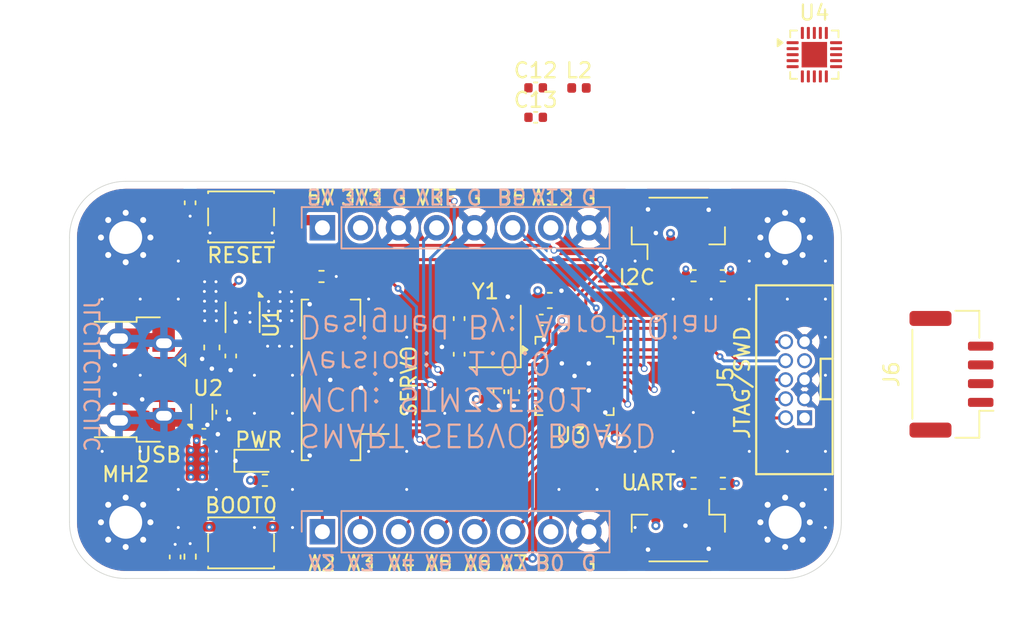
<source format=kicad_pcb>
(kicad_pcb (version 20241229) (generator "pcbnew") (generator_version "9.0")
  (layers (0 "F.Cu" signal) (4 "In1.Cu" power) (6 "In2.Cu" power) (2 "B.Cu" signal) (13 "F.Paste" user) (15 "B.Paste" user) (5 "F.SilkS" user "F.Silkscreen") (7 "B.SilkS" user "B.Silkscreen") (1 "F.Mask" user) (3 "B.Mask" user) (25 "Edge.Cuts" user))
  (net 0 "")
  (net 1 "+3V3")
  (net 2 "GND")
  (net 3 "+5V")
  (net 4 "/NRST")
  (net 5 "/BOOT0")
  (net 6 "/VREF")
  (net 7 "Net-(LED1-A)")
  (net 8 "/JTDI")
  (net 13 "/JTDO_SWO")
  (net 14 "/NJTRST")
  (net 15 "/JTCK_SWCLK")
  (net 16 "/JTMS_SWDIO")
  (net 17 "/I2C1_SCL")
  (net 18 "/I2C1_SDA")
  (net 19 "/PA4")
  (net 20 "/PA7")
  (net 21 "/PA6")
  (net 22 "/PA5")
  (net 23 "/PA3")
  (net 24 "/PB0")
  (net 25 "/PA2")
  (net 26 "/PA12")
  (net 27 "/PB5")
  (net 28 "/UART1_TX")
  (net 29 "/UART1_RX")
  (net 30 "/ISNS")
  (net 31 "/POT")
  (net 32 "/M1")
  (net 33 "/M2")
  (net 34 "/PWM1")
  (net 35 "/PWM2")
  (net 36 "/OSC+")
  (net 37 "/OSC-")
  (net 38 "/+5V_TRX")
  (net 39 "/A")
  (net 41 "/B")
  (net 42 "/LED2")
  (net 43 "/V_DIV")
  (net 44 "/I2C_SCL")
  (net 45 "/SW1")
  (net 46 "/ENC_B")
  (net 47 "/MOTOR_IN2")
  (net 48 "/+5V_MCU")
  (net 49 "/MOTOR_IN1")
  (net 50 "/MOTOR_EN")
  (net 51 "/I2C_SDA")
  (net 52 "/LED1")
  (net 53 "/DE")
  (net 54 "/ENC_A")
  (net 55 "/SWDIO")
  (net 56 "/CURRENT_SENSE")
  (footprint "Capacitor_SMD:C_0603_1608Metric" (layer "F.Cu") (at 146.3 95.7 180)
    (property "Reference" "C8" (hide yes))
    (property "Value" "4.7uF")
  )
  (footprint "Package_DFN_QFN:QFN-32-1EP_5x5mm_P0.5mm_EP3.45x3.45mm" (layer "F.Cu") (at 147.95 100.7375)
    (property "Reference" "U3")
    (property "Value" "STM32F301K8Ux" (hide yes))
  )
  (footprint "Capacitor_SMD:C_0402_1005Metric" (layer "F.Cu") (at 125.01 99.405 90)
    (property "Reference" "C1" (hide yes))
    (property "Value" "0.1uF")
  )
  (footprint "Capacitor_SMD:C_0402_1005Metric" (layer "F.Cu") (at 145.355 81.51)
    (property "Reference" "C12")
    (property "Value" "10uF")
  )
  (footprint "Resistor_SMD:R_0402_1005Metric" (layer "F.Cu") (at 131.065 94.1)
    (property "Reference" "R7" (hide yes))
    (property "Value" "1K5")
  )
  (footprint "Package_DFN_QFN:UQFN-20-1EP_3x3mm_P0.4mm_EP1.7x1.7mm" (layer "F.Cu") (at 163.95 79.3)
    (property "Reference" "U4")
    (property "Value" "CH32V006F8U6")
  )
  (footprint "Button_Switch_SMD:SW_SPST_PTS810" (layer "F.Cu") (at 125.7 90.125)
    (property "Reference" "SW1" (hide yes))
    (property "Value" "SW_Push" (hide yes))
  )
  (footprint "Capacitor_SMD:C_0402_1005Metric" (layer "F.Cu") (at 123.22 104.625 180)
    (property "Reference" "C4" (hide yes))
    (property "Value" "1uF")
  )
  (footprint "Connector_JST:JST_GH_BM04B-GHS-TBT_1x04-1MP_P1.25mm_Vertical" (layer "F.Cu") (at 173.1 100.625 90)
    (property "Reference" "J6")
    (property "Value" "Conn_01x04_MountingPin")
  )
  (footprint "Capacitor_SMD:C_0402_1005Metric" (layer "F.Cu") (at 142.9 101.7925 90)
    (property "Reference" "C10" (hide yes))
    (property "Value" "1uF")
  )
  (footprint "MountingHole:MountingHole_2.2mm_M2_Pad_Via" (layer "F.Cu") (at 162 110.5)
    (property "Reference" "MH3" (hide yes))
    (property "Value" "MountingHole_Pad_MP" (hide yes))
  )
  (footprint "Capacitor_SMD:C_0402_1005Metric" (layer "F.Cu") (at 145.73 97 180)
    (property "Reference" "C6" (hide yes))
    (property "Value" "0.1uF")
  )
  (footprint "Capacitor_SMD:C_0402_1005Metric" (layer "F.Cu") (at 124.4 103.15 90)
    (property "Reference" "C5" (hide yes))
    (property "Value" "1uF")
  )
  (footprint "Crystal:Crystal_SMD_3225-4Pin_3.2x2.5mm" (layer "F.Cu") (at 142.65 98.1 90)
    (property "Reference" "Y1")
    (property "Value" "16MHz 9pF" (hide yes))
  )
  (footprint "Connector_JST:JST_ZH_B5B-ZR-SM4-TF_1x05-1MP_P1.50mm_Vertical" (layer "F.Cu") (at 133 101 90)
    (property "Reference" "J2" (hide yes))
    (property "Value" "Conn_01x05_MountingPin" (hide yes))
  )
  (footprint "Connector_USB:USB_Micro-B_Amphenol_10103594-0001LF_Horizontal" (layer "F.Cu") (at 118.665 101 -90)
    (property "Reference" "J1" (hide yes))
    (property "Value" "USB_B_Micro" (hide yes))
  )
  (footprint "Button_Switch_SMD:SW_SPST_PTS810" (layer "F.Cu") (at 125.7 111.875)
    (property "Reference" "SW2" (hide yes))
    (property "Value" "SW_Push" (hide yes))
  )
  (footprint "Capacitor_SMD:C_0603_1608Metric" (layer "F.Cu") (at 123.75 98.835 90)
    (property "Reference" "C11" (hide yes))
    (property "Value" "22uF")
  )
  (footprint "Resistor_SMD:R_0402_1005Metric" (layer "F.Cu") (at 155.89 107.9 180)
    (property "Reference" "R4" (hide yes))
    (property "Value" "4K7")
  )
  (footprint "Resistor_SMD:R_0402_1005Metric" (layer "F.Cu") (at 122.3 112.795 90)
    (property "Reference" "R6" (hide yes))
    (property "Value" "4K7")
  )
  (footprint "LED_SMD:LED_0603_1608Metric" (layer "F.Cu") (at 126.7375 106.4)
    (property "Reference" "LED1" (hide yes))
    (property "Value" "RED" (hide yes))
  )
  (footprint "Package_DFN_QFN:UDFN-4-1EP_1x1mm_P0.65mm_EP0.48x0.48mm" (layer "F.Cu") (at 123.075 103.14 90)
    (property "Reference" "U2")
    (property "Value" "SSP7615-33DFR" (hide yes))
  )
  (footprint "MountingHole:MountingHole_2.2mm_M2_Pad_Via" (layer "F.Cu") (at 118 91.5)
    (property "Reference" "MH1" (hide yes))
    (property "Value" "MountingHole_Pad_MP" (hide yes))
  )
  (footprint "Resistor_SMD:R_0402_1005Metric" (layer "F.Cu") (at 127.2875 107.7)
    (property "Reference" "R5" (hide yes))
    (property "Value" "4K7")
  )
  (footprint "lib:IDC-TH_10P-P1.27-X1270WV-2X05A-6TV01" (layer "F.Cu") (at 162.67 100.99 90)
    (property "Reference" "J5")
    (property "Value" "Conn_02x05_Odd_Even")
  )
  (footprint "Inductor_SMD:L_0402_1005Metric" (layer "F.Cu") (at 148.245 81.52)
    (property "Reference" "L2")
    (property "Value" "1kΩ@100Mhz")
  )
  (footprint "Resistor_SMD:R_0402_1005Metric" (layer "F.Cu") (at 155.89 94.05)
    (property "Reference" "R3" (hide yes))
    (property "Value" "4K7")
  )
  (footprint "Capacitor_SMD:C_0402_1005Metric" (layer "F.Cu") (at 140.25 96.91 90)
    (property "Reference" "CL2" (hide yes))
    (property "Value" "12pF" (hide yes))
  )
  (footprint "Resistor_SMD:R_0402_1005Metric" (layer "F.Cu") (at 157.845 94.05 180)
    (property "Reference" "R2" (hide yes))
    (property "Value" "4K7")
  )
  (footprint "Inductor_SMD:L_0402_1005Metric" (layer "F.Cu") (at 141.9 101.7975 -90)
    (property "Reference" "L1" (hide yes))
    (property "Value" "1kΩ@100Mhz")
  )
  (footprint "Package_SON:WSON-8-1EP_2x2mm_P0.5mm_EP0.9x1.6mm" (layer "F.Cu") (at 125.8 96.825 -90)
    (property "Reference" "U1")
    (property "Value" "DRV8231ADSGR")
  )
  (footprint "Capacitor_SMD:C_0402_1005Metric" (layer "F.Cu") (at 145.355 83.48)
    (property "Reference" "C13")
    (property "Value" "0.1uF")
  )
  (footprint "Connector_JST:JST_SH_BM04B-SRSS-TB_1x04-1MP_P1.00mm_Vertical" (layer "F.Cu") (at 154.875 111.1 180)
    (property "Reference" "J4" (hide yes))
    (property "Value" "Conn_01x04_MountingPin" (hide yes))
  )
  (footprint "Connector_JST:JST_SH_BM04B-SRSS-TB_1x04-1MP_P1.00mm_Vertical" (layer "F.Cu") (at 154.875 90.85)
    (property "Reference" "J3" (hide yes))
    (property "Value" "Conn_01x04_MountingPin" (hide yes))
  )
  (footprint "MountingHole:MountingHole_2.2mm_M2_Pad_Via" (layer "F.Cu") (at 161.99835 91.50165)
    (property "Reference" "MH4" (hide yes))
    (property "Value" "MountingHole_Pad_MP" (hide yes))
  )
  (footprint "Capacitor_SMD:C_0402_1005Metric" (layer "F.Cu") (at 150.17 104.4)
    (property "Reference" "C7" (hide yes))
    (property "Value" "0.1uF")
  )
  (footprint "Capacitor_SMD:C_0402_1005Metric" (layer "F.Cu") (at 140.25 99.29 90)
    (property "Reference" "CL1" (hide yes))
    (property "Value" "12pF" (hide yes))
  )
  (footprint "Capacitor_SMD:C_0402_1005Metric" (layer "F.Cu") (at 121.3 112.815 90)
    (property "Reference" "C3" (hide yes))
    (property "Value" "0.1uF")
  )
  (footprint "Capacitor_SMD:C_0402_1005Metric" (layer "F.Cu") (at 122.3 89.185 90)
    (property "Reference" "C2" (hide yes))
    (property "Value" "0.1uF")
  )
  (footprint "Capacitor_SMD:C_0402_1005Metric" (layer "F.Cu") (at 143.9 101.7925 90)
    (property "Reference" "C9" (hide yes))
    (property "Value" "10nF")
  )
  (footprint "Resistor_SMD:R_0402_1005Metric" (layer "F.Cu") (at 157.845 107.9)
    (property "Reference" "R1" (hide yes))
    (property "Value" "4K7")
  )
  (footprint "MountingHole:MountingHole_2.2mm_M2_Pad_Via" (layer "F.Cu") (at 118 110.5)
    (property "Reference" "MH2")
    (property "Value" "MountingHole_Pad_MP")
  )
  (footprint "Connector_PinHeader_2.54mm:PinHeader_1x08_P2.54mm_Vertical" (layer "B.Cu") (at 131.125 90.85 -90)
    (property "Reference" "H2" (hide yes))
    (property "Value" "Conn_01x08_Pin" (hide yes))
  )
  (footprint "Connector_PinHeader_2.54mm:PinHeader_1x08_P2.54mm_Vertical" (layer "B.Cu") (at 131.125 111.13 -90)
    (property "Reference" "H1" (hide yes))
    (property "Value" "Conn_01x08_Pin" (hide yes))
  )
  (gr_line (start 165.75 91.5) (end 165.75 110.5) (stroke (width 0.05)) (layer "Edge.Cuts"))
  (gr_line (start 162 114.25) (end 118 114.25) (stroke (width 0.05)) (layer "Edge.Cuts"))
  (gr_arc (start 162 87.75) (mid 164.65165 88.84835) (end 165.75 91.5) (stroke (width 0.05)) (layer "Edge.Cuts"))
  (gr_arc (start 114.25 91.5) (mid 115.34835 88.84835) (end 118 87.75) (stroke (width 0.05)) (layer "Edge.Cuts"))
  (gr_line (start 114.25 110.5) (end 114.25 91.5) (stroke (width 0.05)) (layer "Edge.Cuts"))
  (gr_arc (start 165.75 110.5) (mid 164.65165 113.15165) (end 162 114.25) (stroke (width 0.05)) (layer "Edge.Cuts"))
  (gr_line (start 118 87.75) (end 162 87.75) (stroke (width 0.05)) (layer "Edge.Cuts"))
  (gr_arc (start 118 114.25) (mid 115.34835 113.15165) (end 114.25 110.5) (stroke (width 0.05)) (layer "Edge.Cuts"))
  (gr_text "A4" (at 136.4 113.25 0) (layer "F.SilkS") (effects (font (size 1 1))))
  (gr_text "5V" (at 131 88.85 0) (layer "F.SilkS") (effects (font (size 1 1))))
  (gr_text "A7" (at 143.9 113.25 0) (layer "F.SilkS") (effects (font (size 1 1))))
  (gr_text "G" (at 148.9 88.85 0) (layer "F.SilkS") (effects (font (size 1 1))))
  (gr_text "I2C" (at 152.1 94.15 0) (layer "F.SilkS") (effects (font (size 1 1))))
  (gr_text "3V3" (at 133.75 88.85 0) (layer "F.SilkS") (effects (font (size 1 1))))
  (gr_text "G" (at 141.25 88.85 0) (layer "F.SilkS") (effects (font (size 1 1))))
  (gr_text "A5" (at 138.9 113.25 0) (layer "F.SilkS") (effects (font (size 1 1))))
  (gr_text "SERVO" (at 136.9 101.1 90) (layer "F.SilkS") (effects (font (size 1 1))))
  (gr_text "A2" (at 131.1 113.25 0) (layer "F.SilkS") (effects (font (size 1 1))))
  (gr_text "G" (at 136.25 88.85 0) (layer "F.SilkS") (effects (font (size 1 1))))
  (gr_text "BOOT0" (at 125.7 109.375 0) (layer "F.SilkS") (effects (font (size 1 1))))
  (gr_text "PWR" (at 126.875 105 0) (layer "F.SilkS") (effects (font (size 1 1))))
  (gr_text "RESET" (at 125.7 92.685 0) (layer "F.SilkS") (effects (font (size 1 1))))
  (gr_text "B5" (at 143.75 88.85 0) (layer "F.SilkS") (effects (font (size 1 1))))
  (gr_text "A12" (at 146.5 88.85 0) (layer "F.SilkS") (effects (font (size 1 1))))
  (gr_text "A3" (at 133.7 113.25 0) (layer "F.SilkS") (effects (font (size 1 1))))
  (gr_text "VRF" (at 138.75 88.85 0) (layer "F.SilkS") (effects (font (size 1 1))))
  (gr_text "UART" (at 152.9 107.85 0) (layer "F.SilkS") (effects (font (size 1 1))))
  (gr_text "A6" (at 141.5 113.25 0) (layer "F.SilkS") (effects (font (size 1 1))))
  (gr_text "USB" (at 120.2 106 0) (layer "F.SilkS") (effects (font (size 1 1))))
  (gr_text "JTAG/SWD" (at 159.725 101.175 90) (layer "F.SilkS") (effects (font (size 1 1)) (justify bottom)))
  (gr_text "B0" (at 146.3 113.25 0) (layer "F.SilkS") (effects (font (size 1 1))))
  (gr_text "G" (at 148.9 113.25 0) (layer "F.SilkS") (effects (font (size 1 1))))
  (gr_text "G" (at 148.9 88.75 180) (layer "B.SilkS") (effects (font (size 1 1)) (justify mirror)))
  (gr_text "JLCJLCJLCJLC" (at 116.375 95.4 90) (layer "B.SilkS") (effects (font (size 1 1)) (justify left bottom mirror)))
  (gr_text "3V3" (at 133.75 88.75 180) (layer "B.SilkS") (effects (font (size 1 1)) (justify mirror)))
  (gr_text "5V" (at 131 88.75 180) (layer "B.SilkS") (effects (font (size 1 1)) (justify mirror)))
  (gr_text "G" (at 136.25 88.75 180) (layer "B.SilkS") (effects (font (size 1 1)) (justify mirror)))
  (gr_text "G" (at 141.25 88.75 180) (layer "B.SilkS") (effects (font (size 1 1)) (justify mirror)))
  (gr_text "A6" (at 141.5 113.15 180) (layer "B.SilkS") (effects (font (size 1 1)) (justify mirror)))
  (gr_text "A2" (at 131.1 113.15 180) (layer "B.SilkS") (effects (font (size 1 1)) (justify mirror)))
  (gr_text "B5" (at 143.75 88.75 180) (layer "B.SilkS") (effects (font (size 1 1)) (justify mirror)))
  (gr_text "A4" (at 136.4 113.15 180) (layer "B.SilkS") (effects (font (size 1 1)) (justify mirror)))
  (gr_text "A3" (at 133.7 113.15 180) (layer "B.SilkS") (effects (font (size 1 1)) (justify mirror)))
  (gr_text "A12" (at 146.5 88.75 180) (layer "B.SilkS") (effects (font (size 1 1)) (justify mirror)))
  (gr_text "VRF" (at 138.75 88.75 180) (layer "B.SilkS") (effects (font (size 1 1)) (justify mirror)))
  (gr_text "B0" (at 146.3 113.15 180) (layer "B.SilkS") (effects (font (size 1 1)) (justify mirror)))
  (gr_text "A7" (at 143.9 113.15 180) (layer "B.SilkS") (effects (font (size 1 1)) (justify mirror)))
  (gr_text "G" (at 148.9 113.15 180) (layer "B.SilkS") (effects (font (size 1 1)) (justify mirror)))
  (gr_text "A5" (at 138.9 113.15 180) (layer "B.SilkS") (effects (font (size 1 1)) (justify mirror)))
  (gr_text "SMART SERVO BOARD\nMCU: STM32F301\nVersion:  1.0.0\nDesigned By: Aaron Qian" (at 129.47 96.55 180) (layer "B.SilkS") (effects (font (size 1.5 1.5)) (justify left bottom mirror)))
  (segment (start 145.5 95.675) (end 145.525 95.7) (width 0.2) (layer "F.Cu") (net 1))
  (segment (start 145.525 96.725) (end 145.25 97) (width 0.2) (layer "F.Cu") (net 1))
  (segment (start 145.525 95.7) (end 145.525 96.725) (width 0.2) (layer "F.Cu") (net 1))
  (segment (start 145.25 98.725) (end 145.5125 98.9875) (width 0.2) (layer "F.Cu") (net 1))
  (segment (start 145.25 97) (end 145.25 98.1) (width 0.2) (layer "F.Cu") (net 1))
  (segment (start 145.25 98.1) (end 145.25 98.725) (width 0.2) (layer "F.Cu") (net 1))
  (segment (start 125.05 94.85) (end 125.05 95.875) (width 0.2) (layer "F.Cu") (net 1))
  (segment (start 150.3875 102.4875) (end 150.65 102.75) (width 0.2) (layer "F.Cu") (net 1))
  (segment (start 150.65 102.75) (end 150.65 104.4) (width 0.2) (layer "F.Cu") (net 1))
  (segment (start 125.55 94.35) (end 125.05 94.85) (width 0.2) (layer "F.Cu") (net 1))
  (via (at 122.35 105.7) (size 0.45) (drill 0.2) (layers "F.Cu" "B.Cu") (net 1))
  (via (at 122.35 106.883332) (size 0.45) (drill 0.2) (layers "F.Cu" "B.Cu") (net 1))
  (via (at 158.355 93.6) (size 0.45) (drill 0.2) (layers "F.Cu" "B.Cu") (net 1))
  (via (at 122.725 105.05) (size 0.45) (drill 0.2) (layers "F.Cu" "B.Cu") (net 1))
  (via (at 122.35 107.475) (size 0.45) (drill 0.2) (layers "F.Cu" "B.Cu") (net 1))
  (via (at 123.125 106.291666) (size 0.45) (drill 0.2) (layers "F.Cu" "B.Cu") (net 1))
  (via (at 123.125 107.475) (size 0.45) (drill 0.2) (layers "F.Cu" "B.Cu") (net 1))
  (via (at 155.375 93.6) (size 0.45) (drill 0.2) (layers "F.Cu" "B.Cu") (net 1))
  (via (at 125.55 94.35) (size 0.6) (drill 0.3) (layers "F.Cu" "B.Cu") (net 1))
  (via (at 126.325 107.7) (size 0.6) (drill 0.3) (layers "F.Cu" "B.Cu") (net 1))
  (via (at 123.575 110.825) (size 0.45) (drill 0.2) (layers "F.Cu" "B.Cu") (net 1))
  (via (at 150.65 104.875) (size 0.6) (drill 0.3) (layers "F.Cu" "B.Cu") (net 1))
  (via (at 127.8 110.825) (size 0.45) (drill 0.2) (layers "F.Cu" "B.Cu") (net 1))
  (via (at 123.125 105.7) (size 0.45) (drill 0.2) (layers "F.Cu" "B.Cu") (net 1))
  (via (at 123.125 106.883332) (size 0.45) (drill 0.2) (layers "F.Cu" "B.Cu") (net 1))
  (via (at 122.35 106.291666) (size 0.45) (drill 0.2) (layers "F.Cu" "B.Cu") (net 1))
  (via (at 158.75 107.9) (size 0.45) (drill 0.2) (layers "F.Cu" "B.Cu") (net 1))
  (via (at 153.375 110.725) (size 0.6) (drill 0.3) (layers "F.Cu" "B.Cu") (net 1))
  (via (at 141.4 102.3125) (size 0.6) (drill 0.3) (layers "F.Cu" "B.Cu") (net 1))
  (via (at 154.975 107.95) (size 0.45) (drill 0.2) (layers "F.Cu" "B.Cu") (net 1))
  (via (at 154.35 91.225) (size 0.6) (drill 0.3) (layers "F.Cu" "B.Cu") (net 1))
  (via (at 145.5 95.05) (size 0.6) (drill 0.3) (layers "F.Cu" "B.Cu") (net 1))
  (segment (start 145.060614 101.4875) (end 144.275614 102.2725) (width 0.2) (layer "F.Cu") (net 2))
  (segment (start 139.1 98.8) (end 139.11 98.81) (width 0.2) (layer "F.Cu") (net 2))
  (segment (start 140.24 98.8) (end 140.25 98.81) (width 0.2) (layer "F.Cu") (net 2))
  (segment (start 123.4 103.68) (end 123.4 103.95) (width 0.2) (layer "F.Cu") (net 2))
  (segment (start 117.62 102.275) (end 117.28 101.935) (width 0.2) (layer "F.Cu") (net 2))
  (segment (start 146.8875 101.4875) (end 147.1 101.7) (width 0.2) (layer "F.Cu") (net 2))
  (segment (start 140.24 97.4) (end 140.25 97.39) (width 0.2) (layer "F.Cu") (net 2))
  (segment (start 123.4 103.95) (end 123.45 104) (width 0.2) (layer "F.Cu") (net 2))
  (segment (start 146.21 98.29) (end 146.2 98.3) (width 0.2) (layer "F.Cu") (net 2))
  (segment (start 123.4 103.465) (end 123.4 103.68) (width 0.2) (layer "F.Cu") (net 2))
  (segment (start 146.25 99.0375) (end 147.95 100.7375) (width 0.2) (layer "F.Cu") (net 2))
  (segment (start 145.5125 101.4875) (end 146.8875 101.4875) (width 0.2) (layer "F.Cu") (net 2))
  (segment (start 139.11 98.81) (end 140.25 98.81) (width 0.2) (layer "F.Cu") (net 2))
  (segment (start 141.41 98.81) (end 141.8 99.2) (width 0.2) (layer "F.Cu") (net 2))
  (segment (start 143.5 95.45) (end 143.5 97) (width 0.2) (layer "F.Cu") (net 2))
  (segment (start 140.25 98.81) (end 141.41 98.81) (width 0.2) (layer "F.Cu") (net 2))
  (segment (start 126.05 97.075) (end 126.05 97.775) (width 0.2) (layer "F.Cu") (net 2))
  (segment (start 147.075 95.7) (end 146.21 96.565) (width 0.2) (layer "F.Cu") (net 2))
  (segment (start 146.25 98.35) (end 146.25 99.0375) (width 0.2) (layer "F.Cu") (net 2))
  (segment (start 123.45 104.375) (end 123.7 104.625) (width 0.2) (layer "F.Cu") (net 2))
  (segment (start 144.275614 102.2725) (end 142.9 102.2725) (width 0.2) (layer "F.Cu") (net 2))
  (segment (start 140.25 97.39) (end 140.25 98.81) (width 0.2) (layer "F.Cu") (net 2))
  (segment (start 123.075 103.14) (end 123.4 103.465) (width 0.4) (layer "F.Cu") (net 2))
  (segment (start 147.075 95.05) (end 147.075 94.875) (width 0.2) (layer "F.Cu") (net 2))
  (segment (start 146.2 98.3) (end 146.25 98.35) (width 0.2) (layer "F.Cu") (net 2))
  (segment (start 145.5125 101.4875) (end 145.060614 101.4875) (width 0.2) (layer "F.Cu") (net 2))
  (segment (start 120.43 102.275) (end 117.62 102.275) (width 0.4) (layer "F.Cu") (net 2))
  (segment (start 123.45 104) (end 123.45 104.375) (width 0.2) (layer "F.Cu") (net 2))
  (segment (start 146.21 97) (end 146.21 98.29) (width 0.2) (layer "F.Cu") (net 2))
  (segment (start 146.21 96.565) (end 146.21 97) (width 0.2) (layer "F.Cu") (net 2))
  (via (at 152.85 89.625) (size 0.6) (drill 0.3) (layers "F.Cu" "B.Cu") (net 2))
  (via (at 123.259744 95.749891) (size 0.45) (drill 0.2) (layers "F.Cu" "B.Cu") (net 2))
  (via (at 123.265256 94.449783) (size 0.45) (drill 0.2) (layers "F.Cu" "B.Cu") (net 2))
  (via (at 164.69 93.07) (size 0.45) (drill 0.2) (layers "F.Cu" "B.Cu") (net 2))
  (via (at 123.625 91.2) (size 0.45) (drill 0.2) (layers "F.Cu" "B.Cu") (net 2))
  (via (at 121.51 108.31) (size 0.45) (drill 0.2) (layers "F.Cu" "B.Cu") (net 2))
  (via (at 147.1 99.9) (size 0.6) (drill 0.3) (layers "F.Cu" "B.Cu") (net 2))
  (via (at 146.91 108.31) (size 0.45) (drill 0.2) (layers "F.Cu" "B.Cu") (net 2))
  (via (at 129.059744 95.125217) (size 0.45) (drill 0.2) (layers "F.Cu" "B.Cu") (net 2))
  (via (at 125.334675 97.123499) (size 0.45) (drill 0.3) (layers "F.Cu" "B.Cu") (net 2))
  (via (at 121.51 95.61) (size 0.45) (drill 0.2) (layers "F.Cu" "B.Cu") (net 2))
  (via (at 126.286308 96.51924) (size 0.45) (drill 0.2) (layers "F.Cu" "B.Cu") (net 2))
  (via (at 116.43 95.61) (size 0.45) (drill 0.2) (layers "F.Cu" "B.Cu") (net 2))
  (via (at 132.05 94.1) (size 0.45) (drill 0.2) (layers "F.Cu" "B.Cu") (net 2))
  (via (at 136.75 105.77) (size 0.45) (drill 0.2) (layers "F.Cu" "B.Cu") (net 2))
  (via (at 124.9 103.625) (size 0.6) (drill 0.3) (layers "F.Cu" "B.Cu") (net 2))
  (via (at 124.025 95.1) (size 0.45) (drill 0.2) (layers "F.Cu" "B.Cu") (net 2))
  (via (at 147.075 95.05) (size 0.6) (drill 0.3) (layers "F.Cu" "B.Cu") (net 2))
  (via (at 129.07 98.76) (size 0.45) (drill 0.2) (layers "F.Cu" "B.Cu") (net 2))
  (via (at 126.59 100.69) (size 0.45) (drill 0.2) (layers "F.Cu" "B.Cu") (net 2))
  (via (at 136.75 108.31) (size 0.45) (drill 0.2) (layers "F.Cu" "B.Cu") (net 2))
  (via (at 130.275 95.95) (size 0.6) (drill 0.3) (layers "F.Cu" "B.Cu") (net 2))
  (via (at 124.05 108.31) (size 0.45) (drill 0.2) (layers "F.Cu" "B.Cu") (net 2))
  (via (at 123.265256 96.399945) (size 0.45) (drill 0.2) (layers "F.Cu" "B.Cu") (net 2))
  (via (at 129.069488 95.766883) (size 0.45) (drill 0.2) (layers "F.Cu" "B.Cu") (net 2))
  (via (at 118.97 100.69) (size 0.45) (drill 0.2) (layers "F.Cu" "B.Cu") (net 2))
  (via (at 123.75 100.25) (size 0.6) (drill 0.3) (layers "F.Cu" "B.Cu") (net 2))
  (via (at 124.05 105.77) (size 0.45) (drill 0.2) (layers "F.Cu" "B.Cu") (net 2))
  (via (at 123.25 95.099837) (size 0.45) (drill 0.2) (layers "F.Cu" "B.Cu") (net 2))
  (via (at 147.1 101.7) (size 0.6) (drill 0.3) (layers "F.Cu" "B.Cu") (net 2))
  (via (at 142.9 102.725) (size 0.6) (drill 0.3) (layers "F.Cu" "B.Cu") (net 2))
  (via (at 159.61 95.61) (size 0.45) (drill 0.2) (layers "F.Cu" "B.Cu") (net 2))
  (via (at 127.540256 96.408549) (size 0.45) (drill 0.2) (layers "F.Cu" "B.Cu") (net 2))
  (via (at 156.9 112.275) (size 0.6) (drill 0.3) (layers "F.Cu" "B.Cu") (net 2))
  (via (at 162.15 95.61) (size 0.45) (drill 0.2) (layers "F.Cu" "B.Cu") (net 2))
  (via (at 118.97 105.77) (size 0.45) (drill 0.2) (layers "F.Cu" "B.Cu") (net 2))
  (via (at 159.61 93.07) (size 0.45) (drill 0.2) (layers "F.Cu" "B.Cu") (net 2))
  (via (at 155.35 110.725) (size 0.6) (drill 0.3) (layers "F.Cu" "B.Cu") (net 2))
  (via (at 128.309744 95.766883) (size 0.45) (drill 0.2) (layers "F.Cu" "B.Cu") (net 2))
  (via (at 143.5 95.45) (size 0.6) (drill 0.3) (layers "F.Cu" "B.Cu") (net 2))
  (via (at 128.26 98.75) (size 0.45) (drill 0.2) (layers "F.Cu" "B.Cu") (net 2))
  (via (at 121.51 93.07) (size 0.45) (drill 0.2) (layers "F.Cu" "B.Cu") (net 2))
  (via (at 151.99 110.85) (size 0.45) (drill 0.2) (layers "F.Cu" "B.Cu") (net 2))
  (via (at 125 100.35) (size 0.6) (drill 0.3) (layers "F.Cu" "B.Cu") (net 2))
  (via (at 157.07 95.61) (size 0.45) (drill 0.2) (layers "F.Cu" "B.Cu") (net 2))
  (via (at 128.315256 96.408549) (size 0.45) (drill 0.2) (layers "F.Cu" "B.Cu") (net 2))
  (via (at 134.21 95.61) (size 0.45) (drill 0.2) (layers "F.Cu" "B.Cu") (net 2))
  (via (at 127.55 97.050217) (size 0.45) (drill 0.2) (layers "F.Cu" "B.Cu") (net 2))
  (via (at 129.075 96.408549) (size 0.45) (drill 0.2) (layers "F.Cu" "B.Cu") (net 2))
  (via (at 128.3 95.125217) (size 0.45) (drill 0.2) (layers "F.Cu" "B.Cu") (net 2))
  (via (at 134.21 105.77) (size 0.45) (drill 0.2) (layers "F.Cu" "B.Cu") (net 2))
  (via (at 124.15 104.625) (size 0.6) (drill 0.3) (layers "F.Cu" "B.Cu") (net 2))
  (via (at 119.1 102.3) (size 0.6) (drill 0.3) (layers "F.Cu" "B.Cu") (net 2))
  (via (at 164.69 95.61) (size 0.45) (drill 0.2) (layers "F.Cu" "B.Cu") (net 2))
  (via (at 164.69 105.77) (size 0.45) (drill 0.2) (layers "F.Cu" "B.Cu") (net 2))
  (via (at 164.69 108.31) (size 0.45) (drill 0.2) (layers "F.Cu" "B.Cu") (net 2))
  (via (at 151.99 108.31) (size 0.45) (drill 0.2) (layers "F.Cu" "B.Cu") (net 2))
  (via (at 129.13 103.23) (size 0.45) (drill 0.2) (layers "F.Cu" "B.Cu") (net 2))
  (via (at 117.28 100.015) (size 0.6) (drill 0.3) (layers "F.Cu" "B.Cu") (net 2))
  (via (at 124.034744 95.75) (size 0.45) (drill 0.2) (layers "F.Cu" "B.Cu") (net 2))
  (via (at 129.084744 97.050217) (size 0.45) (drill 0.2) (layers "F.Cu" "B.Cu") (net 2))
  (via (at 126.59 93.07) (size 0.45) (drill 0.2) (layers "F.Cu" "B.Cu") (net 2))
  (via (at 164.69 110.85) (size 0.45) (drill 0.2) (layers "F.Cu" "B.Cu") (net 2))
  (via (at 129.13 100.69) (size 0.45) (drill 0.2) (layers "F.Cu" "B.Cu") (net 2))
  (via (at 130.275 106.05) (size 0.6) (drill 0.3) (layers "F.Cu" "B.Cu") (net 2))
  (via (at 118.97 95.61) (size 0.45) (drill 0.2) (layers "F.Cu" "B.Cu") (net 2))
  (via (at 139.1 98.8) (size 0.6) (drill 0.3) (layers "F.Cu" "B.Cu") (net 2))
  (via (at 145.9 98.325) (size 0.6) (drill 0.3) (layers "F.Cu" "B.Cu") (net 2))
  (via (at 121.51 110.85) (size 0.45) (drill 0.2) (layers "F.Cu" "B.Cu") (net 2))
  (via (at 154.53 105.77) (size 0.45) (drill 0.2) (layers "F.Cu" "B.Cu") (net 2))
  (via (at 143.9 102.725) (size 0.6) (drill 0.3) (layers "F.Cu" "B.Cu") (net 2))
  (via (at 124.040256 96.4) (size 0.45) (drill 0.2) (layers "F.Cu" "B.Cu") (net 2))
  (via (at 128.325 97.050217) (size 0.45) (drill 0.2) (layers "F.Cu" "B.Cu") (net 2))
  (via (at 126.296855 97.137496) (size 0.45) (drill 0.2) (layers "F.Cu" "B.Cu") (net 2))
  (via (at 123.1 99.6) (size 0.6) (drill 0.3) (layers "F.Cu" "B.Cu") (net 2))
  (via (at 127.47 98.75) (size 0.45) (drill 0.2) (layers "F.Cu" "B.Cu") (net 2))
  (via (at 122.3 90.075) (size 0.45) (drill 0.2) (layers "F.Cu" "B.Cu") (net 2))
  (via (at 148.9 99.9) (size 0.6) (drill 0.3) (layers "F.Cu" "B.Cu") (net 2))
  (via (at 154.53 95.61) (size 0.45) (drill 0.2) (layers "F.Cu" "B.Cu") (net 2))
  (via (at 149.7 104.875) (size 0.6) (drill 0.3) (layers "F.Cu" "B.Cu") (net 2))
  (via (at 129.13 105.77) (size 0.45) (drill 0.2) (layers "F.Cu" "B.Cu") (net 2))
  (via (at 151.99 105.77) (size 0.45) (drill 0.2) (layers "F.Cu" "B.Cu") (net 2))
  (via (at 126.59 103.23) (size 0.45) (drill 0.2) (layers "F.Cu" "B.Cu") (net 2))
  (via (at 155.875 103.175) (size 0.45) (drill 0.2) (layers "F.Cu" "B.Cu") (net 2))
  (via (at 159.61 105.77) (size 0.45) (drill 0.2) (layers "F.Cu" "B.Cu") (net 2))
  (via (at 127.534744 95.766883) (size 0.45) (drill 0.2) (layers "F.Cu" "B.Cu") (net 2))
  (via (at 117.28 101.935) (size 0.6) (drill 0.3) (layers "F.Cu" "B.Cu") (net 2))
  (via (at 126.59 110.85) (size 0.45) (drill 0.2) (layers "F.Cu" "B.Cu") (net 2))
  (via (at 131.65 101) (size 0.6) (drill 0.3) (layers "F.Cu" "B.Cu") (net 2))
  (via (at 136.75 103.23) (size 0.45) (drill 0.2) (layers "F.Cu" "B.Cu") (net 2))
  (via (at 135.725 101) (size 0.6) (drill 0.3) (layers "F.Cu" "B.Cu") (net 2))
  (via (at 123.275 97.05) (size 0.45) (drill 0.2) (layers "F.Cu" "B.Cu") (net 2))
  (via (at 151.99 93.07) (size 0.45) (drill 0.2) (layers "F.Cu" "B.Cu") (net 2))
  (via (at 149.45 108.31) (size 0.45) (drill 0.2) (layers "F.Cu" "B.Cu") (net 2))
  (via (at 147.95 100.7375) (size 0.6) (drill 0.3) (layers "F.Cu" "B.Cu") (net 2))
  (via (at 153.375 91.2) (size 0.6) (drill 0.3) (layers "F.Cu" "B.Cu") (net 2))
  (via (at 164.69 98.15) (size 0.45) (drill 0.2) (layers "F.Cu" "B.Cu") (net 2))
  (via (at 133.7 101.525) (size 0.6) (drill 0.3) (layers "F.Cu" "B.Cu") (net 2))
  (via (at 124.025 94.45) (size 0.45) (drill 0.2) (layers "F.Cu" "B.Cu") (net 2))
  (via (at 164.69 100.69) (size 0.45) (drill 0.2) (layers "F.Cu" "B.Cu") (net 2))
  (via (at 124.05 97.05) (size 0.45) (drill 0.2) (layers "F.Cu" "B.Cu") (net 2))
  (via (at 156.9 89.65) (size 0.6) (drill 0.3) (layers "F.Cu" "B.Cu") (net 2))
  (via (at 148.9 101.7) (size 0.6) (drill 0.3) (layers "F.Cu" "B.Cu") (net 2))
  (via (at 129.13 108.31) (size 0.45) (drill 0.2) (layers "F.Cu" "B.Cu") (net 2))
  (via (at 139.29 103.23) (size 0.45) (drill 0.2) (layers "F.Cu" "B.Cu") (net 2))
  (via (at 123.45 104) (size 0.6) (drill 0.3) (layers "F.Cu" "B.Cu") (net 2))
  (via (at 150 103.175) (size 0.6) (drill 0.3) (layers "F.Cu" "B.Cu") (net 2))
  (via (at 122.3 111.925) (size 0.45) (drill 0.2) (layers "F.Cu" "B.Cu") (net 2))
  (via (at 116.43 105.77) (size 0.45) (drill 0.2) (layers "F.Cu" "B.Cu") (net 2))
  (via (at 125.325 106.4) (size 0.6) (drill 0.3) (layers "F.Cu" "B.Cu") (net 2))
  (via (at 152.85 112.325) (size 0.6) (drill 0.3) (layers "F.Cu" "B.Cu") (net 2))
  (via (at 127.775 91.2) (size 0.45) (drill 0.2) (layers "F.Cu" "B.Cu") (net 2))
  (via (at 129.13 110.85) (size 0.45) (drill 0.2) (layers "F.Cu" "B.Cu") (net 2))
  (via (at 136.75 98.15) (size 0.45) (drill 0.2) (layers "F.Cu" "B.Cu") (net 2))
  (via (at 162.15 105.77) (size 0.45) (drill 0.2) (layers "F.Cu" "B.Cu") (net 2))
  (via (at 121.3 111.975) (size 0.45) (drill 0.2) (layers "F.Cu" "B.Cu") (net 2))
  (via (at 125.324931 96.523282) (size 0.45) (drill 0.2) (layers "F.Cu" "B.Cu") (net 2))
  (segment (start 125.875 90.475) (end 125.7625 90.5875) (width 0.4) (layer "F.Cu") (net 3))
  (segment (start 130.5 90.2) (end 126.15 90.2) (width 0.4) (layer "F.Cu") (net 3))
  (segment (start 124.4 102.67) (end 123.510096 102.67) (width 0.4) (layer "F.Cu") (net 3))
  (segment (start 130.75 90.475) (end 126.225 90.475) (width 0.4) (layer "F.Cu") (net 3))
  (segment (start 123.510096 102.67) (end 123.420048 102.579952) (width 0.4) (layer "F.Cu") (net 3))
  (segment (start 126.225 90.475) (end 122.225 94.475) (width 0.4) (layer "F.Cu") (net 3))
  (segment (start 131.125 90.85) (end 130.9875 90.7125) (width 0.4) (layer "F.Cu") (net 3))
  (segment (start 130.9875 90.6875) (end 130.5 90.2) (width 0.4) (layer "F.Cu") (net 3))
  (segment (start 131.125 90.85) (end 130.75 90.475) (width 0.4) (layer "F.Cu") (net 3))
  (segment (start 130.9875 90.7125) (end 130.9875 90.6875) (width 0.4) (layer "F.Cu") (net 3))
  (segment (start 125.7625 90.5875) (end 122 94.35) (width 0.4) (layer "F.Cu") (net 3))
  (segment (start 126.15 90.2) (end 125.7625 90.5875) (width 0.4) (layer "F.Cu") (net 3))
  (segment (start 130.75 90.475) (end 125.875 90.475) (width 0.4) (layer "F.Cu") (net 3))
  (segment (start 139.125 100.6) (end 144.948114 100.6) (width 0.2) (layer "F.Cu") (net 4))
  (segment (start 139.925 89.075) (end 139.9 89.05) (width 0.2) (layer "F.Cu") (net 4))
  (segment (start 145.060614 100.4875) (end 145.5125 100.4875) (width 0.2) (layer "F.Cu") (net 4))
  (segment (start 139.9 89.05) (end 127.775 89.05) (width 0.2) (layer "F.Cu") (net 4))
  (segment (start 123.28 88.705) (end 123.625 89.05) (width 0.2) (layer "F.Cu") (net 4))
  (segment (start 138.825 100.3) (end 139.125 100.6) (width 0.2) (layer "F.Cu") (net 4))
  (segment (start 123.625 89.05) (end 127.775 89.05) (width 0.2) (layer "F.Cu") (net 4))
  (segment (start 122.3 88.705) (end 123.28 88.705) (width 0.2) (layer "F.Cu") (net 4))
  (segment (start 144.948114 100.6) (end 145.060614 100.4875) (width 0.2) (layer "F.Cu") (net 4))
  (via (at 138.825 100.3) (size 0.45) (drill 0.3) (layers "F.Cu" "B.Cu") (net 4))
  (via (at 139.925 89.075) (size 0.45) (drill 0.3) (layers "F.Cu" "B.Cu") (net 4))
  (segment (start 139.925 91.296346) (end 139.925 89.075) (width 0.2) (layer "B.Cu") (net 4))
  (segment (start 138.325 92.896346) (end 139.925 91.296346) (width 0.2) (layer "B.Cu") (net 4))
  (segment (start 138.325 99.8) (end 138.325 92.896346) (width 0.2) (layer "B.Cu") (net 4))
  (segment (start 138.825 100.3) (end 138.325 99.8) (width 0.2) (layer "B.Cu") (net 4))
  (segment (start 147.098067 97.048067) (end 146.7 97.446134) (width 0.2) (layer "F.Cu") (net 5))
  (segment (start 122.3 113.305) (end 123.27 113.305) (width 0.2) (layer "F.Cu") (net 5))
  (segment (start 146.7 97.446134) (end 146.7 98.3) (width 0.2) (layer "F.Cu") (net 5))
  (segment (start 145.15 112.9) (end 145.1 112.95) (width 0.2) (layer "F.Cu") (net 5))
  (segment (start 121.3 113.295) (end 122.29 113.295) (width 0.2) (layer "F.Cu") (net 5))
  (segment (start 123.27 113.305) (end 123.625 112.95) (width 0.2) (layer "F.Cu") (net 5))
  (segment (start 145.1 112.95) (end 123.625 112.95) (width 0.2) (layer "F.Cu") (net 5))
  (segment (start 122.29 113.295) (end 122.3 113.305) (width 0.2) (layer "F.Cu") (net 5))
  (via (at 145.15 112.9) (size 0.6) (drill 0.3) (layers "F.Cu" "B.Cu") (net 5))
  (via (at 147.098067 97.048067) (size 0.45) (drill 0.3) (layers "F.Cu" "B.Cu") (net 5))
  (segment (start 147.098067 97.048067) (end 147.098067 97.301933) (width 0.2) (layer "B.Cu") (net 5))
  (segment (start 145.15 99.923529) (end 145.15 112.9) (width 0.2) (layer "B.Cu") (net 5))
  (segment (start 147.098067 97.301933) (end 146.5 97.9) (width 0.2) (layer "B.Cu") (net 5))
  (segment (start 146.5 97.9) (end 146.5 98.573529) (width 0.2) (layer "B.Cu") (net 5))
  (segment (start 146.5 98.573529) (end 145.15 99.923529) (width 0.2) (layer "B.Cu") (net 5))
  (segment (start 144.648114 101.4) (end 143.9875 101.4) (width 0.2) (layer "F.Cu") (net 6))
  (segment (start 138.325 101.3125) (end 136.7375 101.3125) (width 0.2) (layer "F.Cu") (net 6))
  (segment (start 138.325 101.3125) (end 141.9 101.3125) (width 0.2) (layer "F.Cu") (net 6))
  (segment (start 145.060614 100.9875) (end 144.648114 101.4) (width 0.2) (layer "F.Cu") (net 6))
  (segment (start 145.5125 100.9875) (end 145.060614 100.9875) (width 0.2) (layer "F.Cu") (net 6))
  (segment (start 136.7375 101.3125) (end 135.55 102.5) (width 0.2) (layer "F.Cu") (net 6))
  (segment (start 143.9875 101.4) (end 143.9 101.3125) (width 0.2) (layer "F.Cu") (net 6))
  (segment (start 135.55 102.5) (end 133.7 102.5) (width 0.2) (layer "F.Cu") (net 6))
  (segment (start 141.9 101.3125) (end 143.9 101.3125) (width 0.2) (layer "F.Cu") (net 6))
  (via (at 138.325 101.3125) (size 0.45) (drill 0.3) (layers "F.Cu" "B.Cu") (net 6))
  (segment (start 137.875 91.72) (end 138.745 90.85) (width 0.2) (layer "B.Cu") (net 6))
  (segment (start 137.875 100.8625) (end 137.875 91.72) (width 0.2) (layer "B.Cu") (net 6))
  (segment (start 138.325 101.3125) (end 137.875 100.8625) (width 0.2) (layer "B.Cu") (net 6))
  (segment (start 127.525 106.4) (end 127.7975 106.6725) (width 0.2) (layer "F.Cu") (net 7))
  (segment (start 127.7975 106.6725) (end 127.7975 107.7) (width 0.2) (layer "F.Cu") (net 7))
  (segment (start 156.5 98.3) (end 157.65 99.45) (width 0.2) (layer "F.Cu") (net 8))
  (segment (start 149.7 98.3) (end 156.5 98.3) (width 0.2) (layer "F.Cu") (net 8))
  (via (at 157.65 99.45) (size 0.45) (drill 0.2) (layers "F.Cu" "B.Cu") (net 8))
  (segment (start 157.65 99.45) (end 157.93 99.73) (width 0.2) (layer "B.Cu") (net 8))
  (segment (start 157.93 99.73) (end 162.1 99.73) (width 0.2) (layer "B.Cu") (net 8))
  (segment (start 149.485614 97.5625) (end 156.6625 97.5625) (width 0.2) (layer "F.Cu") (net 13))
  (segment (start 149.2 97.848114) (end 149.485614 97.5625) (width 0.2) (layer "F.Cu") (net 13))
  (segment (start 149.2 98.3) (end 149.2 97.848114) (width 0.2) (layer "F.Cu") (net 13))
  (segment (start 160.1 101) (end 162.1 101) (width 0.2) (layer "F.Cu") (net 13))
  (segment (start 156.6625 97.5625) (end 160.1 101) (width 0.2) (layer "F.Cu") (net 13))
  (segment (start 148.7 97.848114) (end 149.448114 97.1) (width 0.2) (layer "F.Cu") (net 14))
  (segment (start 158.26 98.46) (end 162.1 98.46) (width 0.2) (layer "F.Cu") (net 14))
  (segment (start 149.448114 97.1) (end 156.9 97.1) (width 0.2) (layer "F.Cu") (net 14))
  (segment (start 156.9 97.1) (end 158.26 98.46) (width 0.2) (layer "F.Cu") (net 14))
  (segment (start 148.7 98.3) (end 148.7 97.848114) (width 0.2) (layer "F.Cu") (net 14))
  (segment (start 154.5875 98.9875) (end 157.9 102.3) (width 0.2) (layer "F.Cu") (net 15))
  (segment (start 150.3875 98.9875) (end 154.5875 98.9875) (width 0.2) (layer "F.Cu") (net 15))
  (segment (start 162.07 102.3) (end 162.1 102.27) (width 0.2) (layer "F.Cu") (net 15))
  (segment (start 157.9 102.3) (end 162.07 102.3) (width 0.2) (layer "F.Cu") (net 15))
  (segment (start 153.9975 99.4875) (end 158.05 103.54) (width 0.2) (layer "F.Cu") (net 16))
  (segment (start 150.3875 99.4875) (end 153.9975 99.4875) (width 0.2) (layer "F.Cu") (net 16))
  (segment (start 158.05 103.54) (end 162.1 103.54) (width 0.2) (layer "F.Cu") (net 16))
  (segment (start 147.7 98.3) (end 147.7 97.762448) (width 0.2) (layer "F.Cu") (net 17))
  (segment (start 156.375 92.949999) (end 156.375 92.175) (width 0.2) (layer "F.Cu") (net 17))
  (segment (start 149.224057 94.8) (end 155.65 94.8) (width 0.2) (layer "F.Cu") (net 17))
  (segment (start 156.375 92.175) (end 156.375 94.025) (width 0.2) (layer "F.Cu") (net 17))
  (segment (start 147.7 97.762448) (end 148.7 96.762448) (width 0.2) (layer "F.Cu") (net 17))
  (segment (start 148.7 96.762448) (end 148.7 95.324057) (width 0.2) (layer "F.Cu") (net 17))
  (segment (start 148.7 95.324057) (end 149.224057 94.8) (width 0.2) (layer "F.Cu") (net 17))
  (segment (start 155.65 94.8) (end 156.4 94.05) (width 0.2) (layer "F.Cu") (net 17))
  (segment (start 156.375 94.025) (end 156.4 94.05) (width 0.2) (layer "F.Cu") (net 17))
  (segment (start 155.375 92.175) (end 155.375 91.400001) (width 0.2) (layer "F.Cu") (net 18))
  (segment (start 148.1 95.409744) (end 153.059744 90.45) (width 0.2) (layer "F.Cu") (net 18))
  (segment (start 147.2 97.8) (end 148.1 96.9) (width 0.2) (layer "F.Cu") (net 18))
  (segment (start 147.2 98.3) (end 147.2 97.8) (width 0.2) (layer "F.Cu") (net 18))
  (segment (start 155.375 91.400001) (end 155.725001 91.05) (width 0.2) (layer "F.Cu") (net 18))
  (segment (start 156.065552 90.45) (end 156.665552 91.05) (width 0.2) (layer "F.Cu") (net 18))
  (segment (start 157.335 91.719448) (end 157.335 94.05) (width 0.2) (layer "F.Cu") (net 18))
  (segment (start 155.725001 91.05) (end 156.665552 91.05) (width 0.2) (layer "F.Cu") (net 18))
  (segment (start 156.665552 91.05) (end 157.335 91.719448) (width 0.2) (layer "F.Cu") (net 18))
  (segment (start 153.059744 90.45) (end 154.25 90.45) (width 0.2) (layer "F.Cu") (net 18))
  (segment (start 148.1 96.9) (end 148.1 95.409744) (width 0.2) (layer "F.Cu") (net 18))
  (segment (start 154.151471 90.45) (end 156.065552 90.45) (width 0.2) (layer "F.Cu") (net 18))
  (segment (start 143.276886 107.55) (end 139.785 107.55) (width 0.2) (layer "F.Cu") (net 19))
  (segment (start 147.2 103.626886) (end 143.276886 107.55) (width 0.2) (layer "F.Cu") (net 19))
  (segment (start 147.2 103.175) (end 147.2 103.626886) (width 0.2) (layer "F.Cu") (net 19))
  (segment (start 139.785 107.55) (end 136.205 111.13) (width 0.2) (layer "F.Cu") (net 19))
  (segment (start 148.7 103.991418) (end 148.7 103.175) (width 0.2) (layer "F.Cu") (net 20))
  (segment (start 143.825 111.13) (end 145.4 109.555) (width 0.2) (layer "F.Cu") (net 20))
  (segment (start 145.4 107.291418) (end 148.7 103.991418) (width 0.2) (layer "F.Cu") (net 20))
  (segment (start 145.4 109.555) (end 145.4 107.291418) (width 0.2) (layer "F.Cu") (net 20))
  (segment (start 148.2 104.02897) (end 148.2 103.175) (width 0.2) (layer "F.Cu") (net 21))
  (segment (start 141.285 110.94397) (end 148.2 104.02897) (width 0.2) (layer "F.Cu") (net 21))
  (segment (start 141.285 111.13) (end 141.285 110.94397) (width 0.2) (layer "F.Cu") (net 21))
  (segment (start 141.675 108.2) (end 138.745 111.13) (width 0.2) (layer "F.Cu") (net 22))
  (segment (start 143.3 108.2) (end 141.675 108.2) (width 0.2) (layer "F.Cu") (net 22))
  (segment (start 147.7 103.8) (end 143.3 108.2) (width 0.2) (layer "F.Cu") (net 22))
  (segment (start 147.7 103.175) (end 147.7 103.8) (width 0.2) (layer "F.Cu") (net 22))
  (segment (start 136.2 107) (end 133.665 109.535) (width 0.2) (layer "F.Cu") (net 23))
  (segment (start 146.7 103.175) (end 146.7 103.626886) (width 0.2) (layer "F.Cu") (net 23))
  (segment (start 143.326886 107) (end 136.2 107) (width 0.2) (layer "F.Cu") (net 23))
  (segment (start 133.665 109.535) (end 133.665 111.13) (width 0.2) (layer "F.Cu") (net 23))
  (segment (start 146.7 103.626886) (end 143.326886 107) (width 0.2) (layer "F.Cu") (net 23))
  (segment (start 149.2 103.953866) (end 149.2 103.175) (width 0.2) (layer "F.Cu") (net 24))
  (segment (start 148.4 104.753866) (end 149.2 103.953866) (width 0.2) (layer "F.Cu") (net 24))
  (segment (start 146.365 107.135) (end 148.4 105.1) (width 0.2) (layer "F.Cu") (net 24))
  (segment (start 146.365 111.13) (end 146.365 107.135) (width 0.2) (layer "F.Cu") (net 24))
  (segment (start 148.4 105.1) (end 148.4 104.753866) (width 0.2) (layer "F.Cu") (net 24))
  (segment (start 146.2 103.664438) (end 143.364438 106.5) (width 0.2) (layer "F.Cu") (net 25))
  (segment (start 146.2 103.175) (end 146.2 103.664438) (width 0.2) (layer "F.Cu") (net 25))
  (segment (start 134.505 106.5) (end 131.125 109.88) (width 0.2) (layer "F.Cu") (net 25))
  (segment (start 143.364438 106.5) (end 134.505 106.5) (width 0.2) (layer "F.Cu") (net 25))
  (segment (start 131.125 109.88) (end 131.125 111.13) (width 0.2) (layer "F.Cu") (net 25))
  (segment (start 152.3375 99.9875) (end 150.3875 99.9875) (width 0.2) (layer "F.Cu") (net 26))
  (segment (start 152.6 100.25) (end 152.3375 99.9875) (width 0.2) (layer "F.Cu") (net 26))
  (via (at 152.6 100.25) (size 0.45) (drill 0.3) (layers "F.Cu" "B.Cu") (net 26))
  (segment (start 152.6 100.25) (end 152.570247 100.220247) (width 0.2) (layer "B.Cu") (net 26))
  (segment (start 152.570247 97.055247) (end 146.365 90.85) (width 0.2) (layer "B.Cu") (net 26))
  (segment (start 146.365 90.585) (end 146.365 90.85) (width 0.2) (layer "B.Cu") (net 26))
  (segment (start 152.570247 100.220247) (end 152.570247 97.055247) (width 0.2) (layer "B.Cu") (net 26))
  (segment (start 148.2 98.3) (end 148.2 97.724896) (width 0.2) (layer "F.Cu") (net 27))
  (segment (start 148.2 97.724896) (end 149.4 96.524896) (width 0.2) (layer "F.Cu") (net 27))
  (segment (start 149.4 96.524896) (end 149.4 96.2) (width 0.2) (layer "F.Cu") (net 27))
  (via (at 149.4 96.2) (size 0.45) (drill 0.2) (layers "F.Cu" "B.Cu") (net 27))
  (segment (start 149.375 96.2) (end 144.025 90.85) (width 0.2) (layer "B.Cu") (net 27))
  (segment (start 149.4 96.2) (end 149.375 96.2) (width 0.2) (layer "B.Cu") (net 27))
  (segment (start 144.025 90.85) (end 143.825 90.85) (width 0.2) (layer "B.Cu") (net 27))
  (segment (start 154.375 109.359448) (end 154.375 109.775) (width 0.2) (layer "F.Cu") (net 28))
  (segment (start 156.4 106.481076) (end 156.4 107.9) (width 0.2) (layer "F.Cu") (net 28))
  (segment (start 155.7 108.6) (end 155.134448 108.6) (width 0.2) (layer "F.Cu") (net 28))
  (segment (start 155.134448 108.6) (end 154.375 109.359448) (width 0.2) (layer "F.Cu") (net 28))
  (segment (start 150.3875 101.4875) (end 151.406424 101.4875) (width 0.2) (layer "F.Cu") (net 28))
  (segment (start 151.406424 101.4875) (end 156.4 106.481076) (width 0.2) (layer "F.Cu") (net 28))
  (segment (start 156.4 107.9) (end 155.7 108.6) (width 0.2) (layer "F.Cu") (net 28))
  (segment (start 156.318924 107.9) (end 156.4 107.9) (width 0.2) (layer "F.Cu") (net 28))
  (segment (start 157.335 106.735) (end 157.335 107.9) (width 0.2) (layer "F.Cu") (net 29))
  (segment (start 157.335 107.896076) (end 157.335 107.9) (width 0.2) (layer "F.Cu") (net 29))
  (segment (start 151.5875 100.9875) (end 157.335 106.735) (width 0.2) (layer "F.Cu") (net 29))
  (segment (start 157.335 107.9) (end 157.335 108.815) (width 0.2) (layer "F.Cu") (net 29))
  (segment (start 150.3875 100.9875) (end 151.5875 100.9875) (width 0.2) (layer "F.Cu") (net 29))
  (segment (start 157.335 108.815) (end 156.375 109.775) (width 0.2) (layer "F.Cu") (net 29))
  (segment (start 137.625 104.975) (end 137.9 105.25) (width 0.2) (layer "F.Cu") (net 30))
  (segment (start 143.012448 105.25) (end 145.5125 102.749948) (width 0.2) (layer "F.Cu") (net 30))
  (segment (start 128.5 93.925) (end 130.73 93.925) (width 0.2) (layer "F.Cu") (net 30))
  (segment (start 137.9 105.25) (end 143.012448 105.25) (width 0.2) (layer "F.Cu") (net 30))
  (segment (start 134.3 93.025) (end 136.175 94.9) (width 0.2) (layer "F.Cu") (net 30))
  (segment (start 130.73 93.925) (end 131.63 93.025) (width 0.2) (layer "F.Cu") (net 30))
  (segment (start 145.5125 102.749948) (end 145.5125 102.4875) (width 0.2) (layer "F.Cu") (net 30))
  (segment (start 126.55 95.875) (end 128.5 93.925) (width 0.2) (layer "F.Cu") (net 30))
  (segment (start 131.63 93.025) (end 134.3 93.025) (width 0.2) (layer "F.Cu") (net 30))
  (via (at 137.625 104.975) (size 0.45) (drill 0.3) (layers "F.Cu" "B.Cu") (net 30))
  (via (at 136.175 94.9) (size 0.45) (drill 0.2) (layers "F.Cu" "B.Cu") (net 30))
  (segment (start 136.175 94.9) (end 137.4 96.125) (width 0.2) (layer "B.Cu") (net 30))
  (segment (start 137.4 96.125) (end 137.4 104.75) (width 0.2) (layer "B.Cu") (net 30))
  (segment (start 137.4 104.75) (end 137.625 104.975) (width 0.2) (layer "B.Cu") (net 30))
  (segment (start 143.8 104) (end 133.7 104) (width 0.2) (layer "F.Cu") (net 31))
  (segment (start 145.5125 101.9875) (end 145.060614 101.9875) (width 0.2) (layer "F.Cu") (net 31))
  (segment (start 145.060614 101.9875) (end 144.775 102.273114) (width 0.2) (layer "F.Cu") (net 31))
  (segment (start 144.775 102.273114) (end 144.775 103.025) (width 0.2) (layer "F.Cu") (net 31))
  (segment (start 144.775 103.025) (end 143.8 104) (width 0.2) (layer "F.Cu") (net 31))
  (segment (start 128.8 92.025) (end 125.55 95.275) (width 0.2) (layer "F.Cu") (net 34))
  (segment (start 146.25 92.025) (end 128.8 92.025) (width 0.2) (layer "F.Cu") (net 34))
  (segment (start 125.55 95.275) (end 125.55 95.875) (width 0.2) (layer "F.Cu") (net 34))
  (segment (start 151.476886 102.625) (end 150.839386 101.9875) (width 0.2) (layer "F.Cu") (net 34))
  (segment (start 151.5 102.625) (end 151.476886 102.625) (width 0.2) (layer "F.Cu") (net 34))
  (segment (start 150.839386 101.9875) (end 150.3875 101.9875) (width 0.2) (layer "F.Cu") (net 34))
  (segment (start 146.575 92.35) (end 146.25 92.025) (width 0.2) (layer "F.Cu") (net 34))
  (via (at 151.5 102.625) (size 0.45) (drill 0.3) (layers "F.Cu" "B.Cu") (net 34))
  (via (at 146.575 92.35) (size 0.45) (drill 0.3) (layers "F.Cu" "B.Cu") (net 34))
  (segment (start 146.575 92.35) (end 147.00147 92.35) (width 0.2) (layer "B.Cu") (net 34))
  (segment (start 147.00147 92.35) (end 151.5 96.84853) (width 0.2) (layer "B.Cu") (net 34))
  (segment (start 151.5 96.84853) (end 151.5 102.625) (width 0.2) (layer "B.Cu") (net 34))
  (segment (start 126.05 95.610614) (end 126.05 95.875) (width 0.2) (layer "F.Cu") (net 35))
  (segment (start 153.275 101.65) (end 153.07025 101.65) (width 0.2) (layer "F.Cu") (net 35))
  (segment (start 129.185614 92.475) (end 126.05 95.610614) (width 0.2) (layer "F.Cu") (net 35))
  (segment (start 149.675 92.975) (end 135.05 92.975) (width 0.2) (layer "F.Cu") (net 35))
  (segment (start 134.55 92.475) (end 129.185614 92.475) (width 0.2) (layer "F.Cu") (net 35))
  (segment (start 135.05 92.975) (end 134.55 92.475) (width 0.2) (layer "F.Cu") (net 35))
  (segment (start 153.07025 101.65) (end 151.942503 100.522253) (width 0.2) (layer "F.Cu") (net 35))
  (segment (start 150.422253 100.522253) (end 150.3875 100.4875) (width 0.2) (layer "F.Cu") (net 35))
  (segment (start 151.942503 100.522253) (end 150.422253 100.522253) (width 0.2) (layer "F.Cu") (net 35))
  (via (at 149.675 92.975) (size 0.45) (drill 0.3) (layers "F.Cu" "B.Cu") (net 35))
  (via (at 153.275 101.65) (size 0.45) (drill 0.3) (layers "F.Cu" "B.Cu") (net 35))
  (segment (start 153.2 101.575) (end 153.275 101.65) (width 0.2) (layer "B.Cu") (net 35))
  (segment (start 149.675 93.32647) (end 153.2 96.85147) (width 0.2) (layer "B.Cu") (net 35))
  (segment (start 153.2 96.85147) (end 153.2 101.575) (width 0.2) (layer "B.Cu") (net 35))
  (segment (start 149.675 92.975) (end 149.675 93.32647) (width 0.2) (layer "B.Cu") (net 35))
  (segment (start 140.68 100.2) (end 140.25 99.77) (width 0.2) (layer "F.Cu") (net 36))
  (segment (start 144.2875 99.9875) (end 145.5125 99.9875) (width 0.2) (layer "F.Cu") (net 36))
  (segment (start 143.5 99.2) (end 143.5 99.4) (width 0.2) (layer "F.Cu") (net 36))
  (segment (start 143.5 99.4) (end 142.7 100.2) (width 0.2) (layer "F.Cu") (net 36))
  (segment (start 142.7 100.2) (end 140.68 100.2) (width 0.2) (layer "F.Cu") (net 36))
  (segment (start 143.5 99.2) (end 144.2875 99.9875) (width 0.2) (layer "F.Cu") (net 36))
  (segment (start 141.8 97) (end 141.8 97.2) (width 0.2) (layer "F.Cu") (net 37))
  (segment (start 145.060614 99.4875) (end 145.5125 99.4875) (width 0.2) (layer "F.Cu") (net 37))
  (segment (start 144.775 98.55) (end 144.775 99.201886) (width 0.2) (layer "F.Cu") (net 37))
  (segment (start 144.225 98) (end 144.775 98.55) (width 0.2) (layer "F.Cu") (net 37))
  (segment (start 141.23 96.43) (end 141.8 97) (width 0.2) (layer "F.Cu") (net 37))
  (segment (start 141.8 97.2) (end 142.6 98) (width 0.2) (layer "F.Cu") (net 37))
  (segment (start 140.25 96.43) (end 141.23 96.43) (width 0.2) (layer "F.Cu") (net 37))
  (segment (start 142.6 98) (end 144.225 98) (width 0.2) (layer "F.Cu") (net 37))
  (segment (start 144.775 99.201886) (end 145.060614 99.4875) (width 0.2) (layer "F.Cu") (net 37))
  (zone (net 33) (net_name "/M2") (layer "F.Cu") (priority 2) (connect_pads yes (clearance 0.2)) (min_thickness 0.2) (fill yes (thermal_gap 0.5) (thermal_bridge_width 0.5) (smoothing chamfer) (radius 1) (island_removal_mode 1) (island_area_min 10))
    (polygon (pts (xy 135.4 97.65) (xy 126.775 97.65) (xy 126.625 97.525) (xy 126.475 97.525) (xy 126.425 97.575) (xy 126.425 97.975) (xy 126.475 98.025) (xy 126.625 98.025) (xy 126.9 98.35) (xy 135.4 98.35) (xy 135.55 98.2) (xy 135.55 97.8)))
  )
  (zone (net 1) (net_name "+3V3") (layer "F.Cu") (priority 5) (connect_pads (clearance 0.2)) (min_thickness 0.25) (fill yes (thermal_gap 0.5) (thermal_bridge_width 0.5))
    (polygon (pts (xy 122 103.975) (xy 122.625 103.975) (xy 122.625 103.35) (xy 122.925 103.6) (xy 123.025 103.675) (xy 123.025 104.9) (xy 123.5 104.9) (xy 123.5 107.725) (xy 122 107.725)))
  )
  (zone (net 32) (net_name "/M1") (layer "F.Cu") (priority 10) (connect_pads yes (clearance 0.2)) (min_thickness 0.1) (fill yes (thermal_gap 0.5) (thermal_bridge_width 0.5) (smoothing chamfer) (radius 1) (island_removal_mode 1) (island_area_min 10))
    (polygon (pts (xy 125.425 97.575) (xy 125.475 97.525) (xy 125.625 97.525) (xy 125.675 97.575) (xy 125.675 97.975) (xy 126.85 99.15) (xy 135.425 99.15) (xy 135.55 99.275) (xy 135.55 99.725) (xy 135.425 99.85) (xy 125.725 99.85) (xy 125.525 99.65) (xy 125.525 98.125) (xy 125.425 98.025)))
  )
  (zone (net 3) (net_name "+5V") (layer "F.Cu") (priority 4) (connect_pads yes (clearance 0.2)) (min_thickness 0.1) (fill yes (thermal_gap 0.5) (thermal_bridge_width 0.5) (smoothing chamfer) (radius 1))
    (polygon (pts (xy 119.6 99.475) (xy 121.25 99.475) (xy 121.859352 98.709352) (xy 121.819545 93.748009) (xy 122.7 93.750013) (xy 122.7 97.525) (xy 125.175 97.525) (xy 125.2 97.55) (xy 125.2 98.625) (xy 125.3 98.725) (xy 125.3 99.125) (xy 125.225 99.2) (xy 124.8 99.2) (xy 124.55 98.95) (xy 123.325 98.95) (xy 123.325 102.025) (xy 123.725 102.425) (xy 123.725 102.95) (xy 123.675 103) (xy 122.725 103) (xy 122.45 102.725) (xy 122.45 101.125) (xy 121.25 99.875) (xy 119.6 99.875)))
  )
  (zone (net 2) (net_name "GND") (layer "F.Cu") (priority 3) (connect_pads yes (clearance 0.2)) (min_thickness 0.1) (fill yes (thermal_gap 0.5) (thermal_bridge_width 0.5) (smoothing chamfer) (radius 1))
    (polygon (pts (xy 126.225 97.925) (xy 126.225 97.625) (xy 126.1125 97.5125) (xy 125.9625 97.5125) (xy 125.925 97.55) (xy 125.925 97.975) (xy 126.9 98.95) (xy 127.125 98.95) (xy 127.125 98.825)))
  )
  (zone (net 2) (net_name "GND") (layers "F.Cu" "B.Cu" "In1.Cu") (connect_pads (clearance 0.2)) (min_thickness 0.1) (fill yes (thermal_gap 0.5) (thermal_bridge_width 0.5) (smoothing chamfer) (radius 1))
    (polygon (pts (xy 113 86.7) (xy 167.2 86.7) (xy 167.2 115.6) (xy 113 115.6)))
  )
)
</source>
